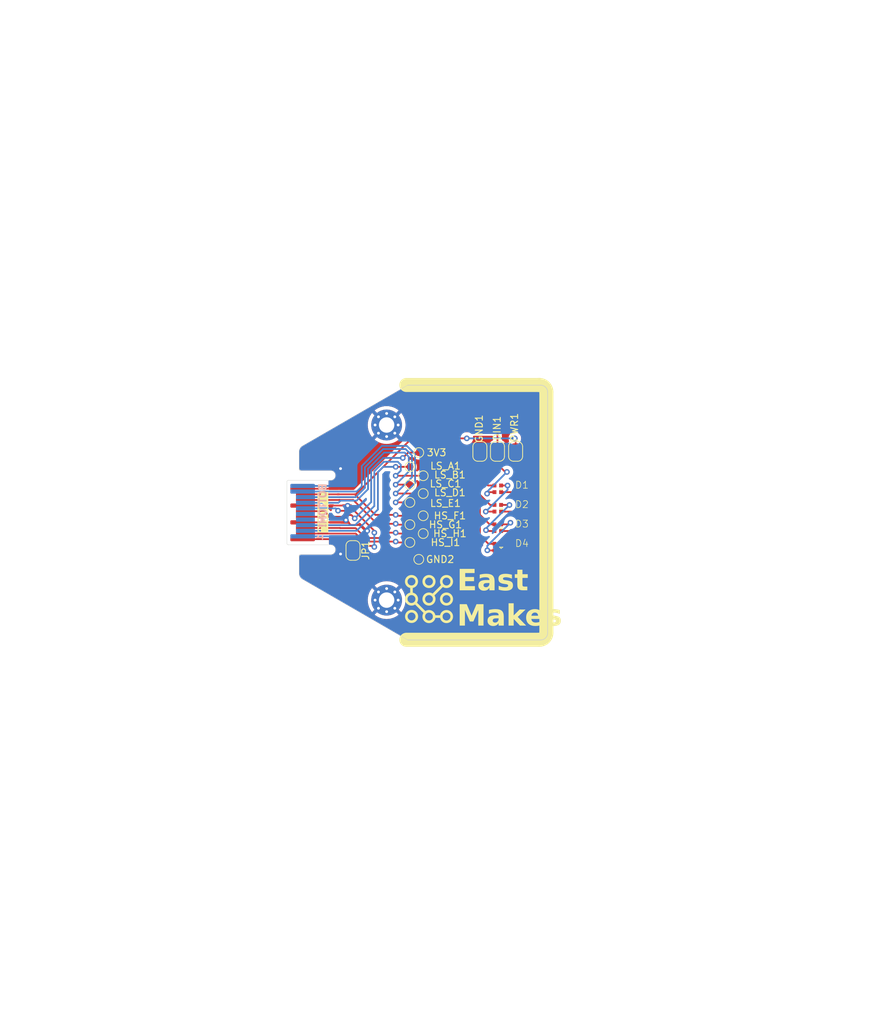
<source format=kicad_pcb>
(kicad_pcb (version 20240108) (generator "pcbnew") (generator_version "8.0")
  (layers (0 "F.Cu" signal) (31 "B.Cu" signal) (34 "B.Paste" user) (35 "F.Paste" user) (36 "B.SilkS" user "B.Silkscreen") (37 "F.SilkS" user "F.Silkscreen") (38 "B.Mask" user) (39 "F.Mask" user) (44 "Edge.Cuts" user))
  (net 0 "")
  (net 1 "/GND")
  (net 2 "/SDA")
  (net 3 "/SCL")
  (net 4 "/LS_C")
  (net 5 "/LS_D")
  (net 6 "/LS_E")
  (net 7 "/HS_F")
  (net 8 "/HS_G")
  (net 9 "/3V3")
  (net 10 "/HS_H")
  (net 11 "/HS_I")
  (net 12 "Net-(D1-DIN)")
  (net 13 "/HEXP_DET")
  (net 14 "Net-(D1-VDD)")
  (net 15 "Net-(D1-VSS)")
  (net 16 "Net-(D1-DOUT)")
  (net 17 "Net-(D2-DOUT)")
  (net 18 "Net-(D3-DOUT)")
  (net 20 "/LS_B")
  (net 21 "/LS_A")
  (footprint "TestPoint:TestPoint_Pad_D1.0mm" (layer "F.Cu") (at 115.824 104.267)
    (property "Reference" "HS_I1" (at 5.08 0 0) (layer "F.SilkS"))
    (property "Value" "TestPoint" (hide yes))
    (fp_circle (center 0 0) (end 0 0.7) (stroke (width 0.12)) (fill none) (layer "F.SilkS"))
    (pad "1" smd circle (at 0 0) (size 1 1) (layers "F.Cu" "F.Mask") (net 11 "/HS_I"))
  )
  (footprint "tildagon:hexpansion-edge-connector" (layer "F.Cu") (at 98.25 100)
    (property "Reference" "J1" (hide yes))
    (property "Value" "Hexpansion-Connector" (hide yes))
    (fp_line (start 0 4.4) (end 0 -4.4) (stroke (width 0.05)) (layer "Edge.Cuts"))
    (fp_line (start 6.25 -6) (end 2 -6) (stroke (width 0.05)) (layer "Edge.Cuts"))
    (fp_line (start 6.25 -4.6) (end 0.2 -4.6) (stroke (width 0.05)) (layer "Edge.Cuts"))
    (fp_line (start 6.25 4.6) (end 0.2 4.6) (stroke (width 0.05)) (layer "Edge.Cuts"))
    (fp_line (start 6.25 6) (end 2 6) (stroke (width 0.05)) (layer "Edge.Cuts"))
    (fp_arc (start 0 -4.4) (mid 0.058579 -4.541421) (end 0.2 -4.6) (stroke (width 0.05)) (layer "Edge.Cuts"))
    (fp_arc (start 0.2 4.6) (mid 0.058579 4.541421) (end 0 4.4) (stroke (width 0.05)) (layer "Edge.Cuts"))
    (fp_arc (start 6.25 -6) (mid 6.744975 -5.794975) (end 6.95 -5.3) (stroke (width 0.05)) (layer "Edge.Cuts"))
    (fp_arc (start 6.25 4.6) (mid 6.744975 4.805025) (end 6.95 5.3) (stroke (width 0.05)) (layer "Edge.Cuts"))
    (fp_arc (start 6.95 -5.3) (mid 6.744975 -4.805025) (end 6.25 -4.6) (stroke (width 0.05)) (layer "Edge.Cuts"))
    (fp_arc (start 6.95 5.3) (mid 6.744975 5.794975) (end 6.25 6) (stroke (width 0.05)) (layer "Edge.Cuts"))
    (fp_text user "BOTTOM!" (at 5.7 -4.3 90) (layer "B.SilkS") (effects (font (thickness 0.25) (bold yes)) (justify left bottom mirror)))
    (fp_text user "1" (at 5.2 3.05 90) (layer "B.SilkS") (effects (font (size 0.8 0.8) (thickness 0.2) (bold yes)) (justify left bottom mirror)))
    (fp_text user "^ TOP ^" (at 5.8 2.85 90) (layer "F.SilkS" knockout) (effects (font (thickness 0.25) (bold yes)) (justify left bottom)))
    (pad "1" smd roundrect (at 2.25 3.4) (size 3.5 0.6) (layers "B.Cu" "B.Mask") (net 1 "/GND"))
    (pad "2" smd roundrect (at 2.65 2.6) (size 2.7 0.6) (layers "B.Cu" "B.Mask") (net 21 "/LS_A"))
    (pad "3" smd roundrect (at 2.65 1.8) (size 2.7 0.6) (layers "B.Cu" "B.Mask") (net 20 "/LS_B"))
    (pad "4" smd roundrect (at 2.65 1) (size 2.7 0.6) (layers "B.Cu" "B.Mask") (net 2 "/SDA"))
    (pad "5" smd roundrect (at 2.65 0.2) (size 2.7 0.6) (layers "B.Cu" "B.Mask") (net 3 "/SCL"))
    (pad "6" smd roundrect (at 2.65 -0.6) (size 2.7 0.6) (layers "B.Cu" "B.Mask") (net 13 "/HEXP_DET"))
    (pad "7" smd roundrect (at 2.65 -1.4) (size 2.7 0.6) (layers "B.Cu" "B.Mask") (net 4 "/LS_C"))
    (pad "8" smd roundrect (at 2.65 -2.2) (size 2.7 0.6) (layers "B.Cu" "B.Mask") (net 5 "/LS_D"))
    (pad "9" smd roundrect (at 2.25 -3) (size 3.5 0.6) (layers "B.Cu" "B.Mask") (net 6 "/LS_E"))
    (pad "10" smd roundrect (at 2.25 -3.8) (size 3.5 0.6) (layers "B.Cu" "B.Mask") (net 1 "/GND"))
    (pad "11" smd roundrect (at 2.25 -3.4 180) (size 3.5 0.6) (layers "F.Cu" "F.Mask") (net 1 "/GND"))
    (pad "12" smd roundrect (at 2.65 -2.6 180) (size 2.7 0.6) (layers "F.Cu" "F.Mask") (net 7 "/HS_F"))
    (pad "13" smd roundrect (at 2.65 -1.8 180) (size 2.7 0.6) (layers "F.Cu" "F.Mask") (net 8 "/HS_G"))
    (pad "14" smd roundrect (at 2.25 -1 180) (size 3.5 0.6) (layers "F.Cu" "F.Mask") (net 1 "/GND"))
    (pad "15" smd roundrect (at 2.65 -0.2 180) (size 2.7 0.6) (layers "F.Cu" "F.Mask") (net 9 "/3V3"))
    (pad "16" smd roundrect (at 2.65 0.6 180) (size 2.7 0.6) (layers "F.Cu" "F.Mask") (net 9 "/3V3"))
    (pad "17" smd roundrect (at 2.25 1.4 180) (size 3.5 0.6) (layers "F.Cu" "F.Mask") (net 1 "/GND"))
    (pad "18" smd roundrect (at 2.65 2.2 180) (size 2.7 0.6) (layers "F.Cu" "F.Mask") (net 10 "/HS_H"))
    (pad "19" smd roundrect (at 2.65 3 180) (size 2.7 0.6) (layers "F.Cu" "F.Mask") (net 11 "/HS_I"))
    (pad "20" smd roundrect (at 2.25 3.8 180) (size 3.5 0.6) (layers "F.Cu" "F.Mask") (net 1 "/GND"))
  )
  (footprint "TestPoint:TestPoint_Pad_D1.0mm" (layer "F.Cu") (at 117.729 100.457)
    (property "Reference" "HS_F1" (at 3.81 0 0) (layer "F.SilkS"))
    (property "Value" "TestPoint" (hide yes))
    (fp_circle (center 0 0) (end 0 0.7) (stroke (width 0.12)) (fill none) (layer "F.SilkS"))
    (pad "1" smd circle (at 0 0) (size 1 1) (layers "F.Cu" "F.Mask") (net 7 "/HS_F"))
  )
  (footprint "[Eastabrooka] LED Library:SK6805-EC15" (layer "F.Cu") (at 127.627 97.36)
    (property "Reference" "D1" (at 4.199 -1.291 0) (layer "F.SilkS") (effects (font (thickness 0.1))))
    (property "Value" "SK6805")
    (fp_line (start 1 -0.75) (end 1.475 -0.75) (stroke (width 0.1)) (layer "F.SilkS"))
    (fp_line (start 1.225 -0.55) (end 1 -0.75) (stroke (width 0.1)) (layer "F.SilkS"))
    (fp_line (start 1.475 -0.75) (end 1.225 -0.55) (stroke (width 0.1)) (layer "F.SilkS"))
    (pad "1" smd rect (at 0.275 -0.275) (size 0.55 0.55) (layers "F.Cu" "F.Paste" "F.Mask") (net 12 "Net-(D1-DIN)"))
    (pad "2" smd rect (at 1.225 -0.275) (size 0.55 0.55) (layers "F.Cu" "F.Paste" "F.Mask") (net 14 "Net-(D1-VDD)"))
    (pad "3" smd rect (at 1.225 -1.225) (size 0.55 0.55) (layers "F.Cu" "F.Paste" "F.Mask") (net 16 "Net-(D1-DOUT)"))
    (pad "4" smd rect (at 0.275 -1.225) (size 0.55 0.55) (layers "F.Cu" "F.Paste" "F.Mask") (net 15 "Net-(D1-VSS)"))
  )
  (footprint "TestPoint:TestPoint_Pad_D1.0mm" (layer "F.Cu") (at 117.729 94.742)
    (property "Reference" "LS_B1" (at 3.81 -0.127 0) (layer "F.SilkS"))
    (property "Value" "TestPoint" (hide yes))
    (fp_circle (center 0 0) (end 0 0.7) (stroke (width 0.12)) (fill none) (layer "F.SilkS"))
    (pad "1" smd circle (at 0 0) (size 1 1) (layers "F.Cu" "F.Mask") (net 20 "/LS_B"))
  )
  (footprint "TestPoint:TestPoint_Pad_D1.0mm" (layer "F.Cu") (at 117.729 97.282)
    (property "Reference" "LS_D1" (at 3.81 -0.127 0) (layer "F.SilkS"))
    (property "Value" "TestPoint" (hide yes))
    (fp_circle (center 0 0) (end 0 0.7) (stroke (width 0.12)) (fill none) (layer "F.SilkS"))
    (pad "1" smd circle (at 0 0) (size 1 1) (layers "F.Cu" "F.Mask") (net 5 "/LS_D"))
  )
  (footprint "Jumper:SolderJumper-2_P1.3mm_Bridged_RoundedPad1.0x1.5mm" (layer "F.Cu") (at 128.332005 91.269998 -90)
    (property "Reference" "DIN1" (at -3.299998 0.059996 90) (layer "F.SilkS"))
    (property "Value" "SolderJumper_2_Bridged" (hide yes))
    (fp_poly (pts (xy 0.25 -0.3) (xy -0.249999 -0.300001) (xy -0.25 0.3) (xy 0.249999 0.300001)) (fill solid) (layer "F.Cu"))
    (fp_line (start 0.700002 1.000001) (end -0.7 0.999998) (stroke (width 0.12)) (layer "F.SilkS"))
    (fp_line (start -1.399997 0.300003) (end -1.4 -0.300002) (stroke (width 0.12)) (layer "F.SilkS"))
    (fp_line (start 1.399997 -0.300003) (end 1.4 0.300002) (stroke (width 0.12)) (layer "F.SilkS"))
    (fp_line (start -0.700002 -1.000001) (end 0.7 -0.999998) (stroke (width 0.12)) (layer "F.SilkS"))
    (fp_arc (start -0.7 0.999998) (mid -1.194972 0.794975) (end -1.399997 0.300003) (stroke (width 0.12)) (layer "F.SilkS"))
    (fp_arc (start 1.4 0.300002) (mid 1.194975 0.794975) (end 0.700002 1.000001) (stroke (width 0.12)) (layer "F.SilkS"))
    (fp_arc (start -1.4 -0.300002) (mid -1.194974 -0.794974) (end -0.700002 -1.000001) (stroke (width 0.12)) (layer "F.SilkS"))
    (fp_arc (start 0.7 -0.999998) (mid 1.194972 -0.794974) (end 1.399997 -0.300003) (stroke (width 0.12)) (layer "F.SilkS"))
    (pad "1" smd custom (at -0.650002 0.000001 270) (size 1 0.5) (layers "F.Cu" "F.Mask") (net 7 "/HS_F") (options (clearance outline) (anchor rect)) (primitives (gr_circle (center 0 0.25) (end 0.5 0.25) (width 0) (fill yes)) (gr_circle (center 0 -0.25) (end 0.5 -0.25) (width 0) (fill yes)) (gr_poly (pts (xy 0.5 0.75) (xy 0 0.75) (xy 0 -0.75) (xy 0.5 -0.75)) (width 0) (fill yes))))
    (pad "2" smd custom (at 0.650002 -0.000001 270) (size 1 0.5) (layers "F.Cu" "F.Mask") (net 12 "Net-(D1-DIN)") (options (clearance outline) (anchor rect)) (primitives (gr_circle (center 0 0.25) (end 0.5 0.25) (width 0) (fill yes)) (gr_circle (center 0 -0.25) (end 0.5 -0.25) (width 0) (fill yes)) (gr_poly (pts (xy 0 0.75) (xy -0.5 0.75) (xy -0.5 -0.75) (xy 0 -0.75)) (width 0) (fill yes))))
  )
  (footprint "TestPoint:TestPoint_Pad_D1.0mm" (layer "F.Cu") (at 117.094 106.68)
    (property "Reference" "GND2" (at 3.048 0 0) (layer "F.SilkS"))
    (property "Value" "TestPoint" (hide yes))
    (fp_circle (center 0 0) (end 0 0.7) (stroke (width 0.12)) (fill none) (layer "F.SilkS"))
    (pad "1" smd circle (at 0 0) (size 1 1) (layers "F.Cu" "F.Mask") (net 1 "/GND"))
  )
  (footprint "TestPoint:TestPoint_Pad_D1.0mm" (layer "F.Cu") (at 117.729 102.997)
    (property "Reference" "HS_H1" (at 3.81 0 0) (layer "F.SilkS"))
    (property "Value" "TestPoint" (hide yes))
    (fp_circle (center 0 0) (end 0 0.7) (stroke (width 0.12)) (fill none) (layer "F.SilkS"))
    (pad "1" smd circle (at 0 0) (size 1 1) (layers "F.Cu" "F.Mask") (net 10 "/HS_H"))
  )
  (footprint "[Eastabrooka] LED Library:SK6805-EC15" (layer "F.Cu") (at 127.627 105.685)
    (property "Reference" "D4" (at 4.199 -1.291 0) (layer "F.SilkS") (effects (font (thickness 0.1))))
    (property "Value" "SK6805")
    (fp_line (start 1 -0.75) (end 1.475 -0.75) (stroke (width 0.1)) (layer "F.SilkS"))
    (fp_line (start 1.225 -0.55) (end 1 -0.75) (stroke (width 0.1)) (layer "F.SilkS"))
    (fp_line (start 1.475 -0.75) (end 1.225 -0.55) (stroke (width 0.1)) (layer "F.SilkS"))
    (pad "1" smd rect (at 0.275 -0.275) (size 0.55 0.55) (layers "F.Cu" "F.Paste" "F.Mask") (net 18 "Net-(D3-DOUT)"))
    (pad "2" smd rect (at 1.225 -0.275) (size 0.55 0.55) (layers "F.Cu" "F.Paste" "F.Mask") (net 14 "Net-(D1-VDD)"))
    (pad "3" smd rect (at 1.225 -1.225) (size 0.55 0.55) (layers "F.Cu" "F.Paste" "F.Mask"))
    (pad "4" smd rect (at 0.275 -1.225) (size 0.55 0.55) (layers "F.Cu" "F.Paste" "F.Mask") (net 15 "Net-(D1-VSS)"))
  )
  (footprint "MountingHole:MountingHole_2.2mm_M2_Pad_Via" (layer "F.Cu") (at 112.5 87.5)
    (property "Reference" "H2" (hide yes))
    (property "Value" "MountingHole_Pad" (hide yes))
    (pad "1" thru_hole circle (at -1.65 0) (size 0.7 0.7) (drill 0.4) (layers "*.Cu" "*.Mask") (net 1 "/GND"))
    (pad "1" thru_hole circle (at -1.166726 -1.166726) (size 0.7 0.7) (drill 0.4) (layers "*.Cu" "*.Mask") (net 1 "/GND"))
    (pad "1" thru_hole circle (at -1.166726 1.166726) (size 0.7 0.7) (drill 0.4) (layers "*.Cu" "*.Mask") (net 1 "/GND"))
    (pad "1" thru_hole circle (at 0 -1.65) (size 0.7 0.7) (drill 0.4) (layers "*.Cu" "*.Mask") (net 1 "/GND"))
    (pad "1" thru_hole circle (at 0 0) (size 4.4 4.4) (drill 2.2) (layers "*.Cu" "*.Mask") (net 1 "/GND"))
    (pad "1" thru_hole circle (at 0 1.65) (size 0.7 0.7) (drill 0.4) (layers "*.Cu" "*.Mask") (net 1 "/GND"))
    (pad "1" thru_hole circle (at 1.166726 -1.166726) (size 0.7 0.7) (drill 0.4) (layers "*.Cu" "*.Mask") (net 1 "/GND"))
    (pad "1" thru_hole circle (at 1.166726 1.166726) (size 0.7 0.7) (drill 0.4) (layers "*.Cu" "*.Mask") (net 1 "/GND"))
    (pad "1" thru_hole circle (at 1.65 0) (size 0.7 0.7) (drill 0.4) (layers "*.Cu" "*.Mask") (net 1 "/GND"))
  )
  (footprint "Jumper:SolderJumper-2_P1.3mm_Bridged_RoundedPad1.0x1.5mm" (layer "F.Cu") (at 130.922001 91.270002 -90)
    (property "Reference" "PWR1" (at -3.419999 0.17 90) (layer "F.SilkS"))
    (property "Value" "SolderJumper_2_Bridged" (hide yes))
    (fp_poly (pts (xy 0.25 -0.3) (xy -0.249999 -0.300001) (xy -0.25 0.3) (xy 0.249999 0.300001)) (fill solid) (layer "F.Cu"))
    (fp_line (start 0.700002 1.000001) (end -0.7 0.999998) (stroke (width 0.12)) (layer "F.SilkS"))
    (fp_line (start -1.399997 0.300003) (end -1.4 -0.300002) (stroke (width 0.12)) (layer "F.SilkS"))
    (fp_line (start 1.399997 -0.300003) (end 1.4 0.300002) (stroke (width 0.12)) (layer "F.SilkS"))
    (fp_line (start -0.700002 -1.000001) (end 0.7 -0.999998) (stroke (width 0.12)) (layer "F.SilkS"))
    (fp_arc (start -0.7 0.999998) (mid -1.194972 0.794975) (end -1.399997 0.300003) (stroke (width 0.12)) (layer "F.SilkS"))
    (fp_arc (start 1.4 0.300002) (mid 1.194975 0.794975) (end 0.700002 1.000001) (stroke (width 0.12)) (layer "F.SilkS"))
    (fp_arc (start -1.4 -0.300002) (mid -1.194974 -0.794974) (end -0.700002 -1.000001) (stroke (width 0.12)) (layer "F.SilkS"))
    (fp_arc (start 0.7 -0.999998) (mid 1.194972 -0.794974) (end 1.399997 -0.300003) (stroke (width 0.12)) (layer "F.SilkS"))
    (pad "1" smd custom (at -0.650002 0.000001 270) (size 1 0.5) (layers "F.Cu" "F.Mask") (net 9 "/3V3") (options (clearance outline) (anchor rect)) (primitives (gr_circle (center 0 0.25) (end 0.5 0.25) (width 0) (fill yes)) (gr_circle (center 0 -0.25) (end 0.5 -0.25) (width 0) (fill yes)) (gr_poly (pts (xy 0.5 0.75) (xy 0 0.75) (xy 0 -0.75) (xy 0.5 -0.75)) (width 0) (fill yes))))
    (pad "2" smd custom (at 0.650002 -0.000001 270) (size 1 0.5) (layers "F.Cu" "F.Mask") (net 14 "Net-(D1-VDD)") (options (clearance outline) (anchor rect)) (primitives (gr_circle (center 0 0.25) (end 0.5 0.25) (width 0) (fill yes)) (gr_circle (center 0 -0.25) (end 0.5 -0.25) (width 0) (fill yes)) (gr_poly (pts (xy 0 0.75) (xy -0.5 0.75) (xy -0.5 -0.75) (xy 0 -0.75)) (width 0) (fill yes))))
  )
  (footprint "TestPoint:TestPoint_Pad_D1.0mm" (layer "F.Cu") (at 115.824 93.472)
    (property "Reference" "LS_A1" (at 5.08 -0.127 0) (layer "F.SilkS"))
    (property "Value" "TestPoint" (hide yes))
    (fp_circle (center 0 0) (end 0 0.7) (stroke (width 0.12)) (fill none) (layer "F.SilkS"))
    (pad "1" smd circle (at 0 0) (size 1 1) (layers "F.Cu" "F.Mask") (net 21 "/LS_A"))
  )
  (footprint "TestPoint:TestPoint_Pad_D1.0mm" (layer "F.Cu") (at 115.824 96.012)
    (property "Reference" "LS_C1" (at 5.08 -0.127 0) (layer "F.SilkS"))
    (property "Value" "TestPoint" (hide yes))
    (fp_circle (center 0 0) (end 0 0.7) (stroke (width 0.12)) (fill none) (layer "F.SilkS"))
    (pad "1" smd circle (at 0 0) (size 1 1) (layers "F.Cu" "F.Mask") (net 4 "/LS_C"))
  )
  (footprint "Jumper:SolderJumper-2_P1.3mm_Bridged_RoundedPad1.0x1.5mm" (layer "F.Cu") (at 107.696 105.41 -90)
    (property "Reference" "JP1" (at -0.000001 -1.800003 90) (layer "F.SilkS"))
    (property "Value" "SolderJumper_2_Bridged" (hide yes))
    (fp_poly (pts (xy 0.249998 -0.3) (xy -0.249999 -0.300001) (xy -0.249998 0.3) (xy 0.249999 0.300001)) (fill solid) (layer "F.Cu"))
    (fp_line (start 0.700002 1.000001) (end -0.7 1) (stroke (width 0.12)) (layer "F.SilkS"))
    (fp_line (start -1.399997 0.300003) (end -1.399999 -0.300003) (stroke (width 0.12)) (layer "F.SilkS"))
    (fp_line (start 1.399997 -0.300003) (end 1.399999 0.300003) (stroke (width 0.12)) (layer "F.SilkS"))
    (fp_line (start -0.700002 -1.000001) (end 0.7 -1) (stroke (width 0.12)) (layer "F.SilkS"))
    (fp_arc (start -0.7 1) (mid -1.194974 0.794976) (end -1.399997 0.300003) (stroke (width 0.12)) (layer "F.SilkS"))
    (fp_arc (start 1.399999 0.300003) (mid 1.194974 0.794974) (end 0.700002 1.000001) (stroke (width 0.12)) (layer "F.SilkS"))
    (fp_arc (start -1.399999 -0.300003) (mid -1.194973 -0.794975) (end -0.700002 -1.000001) (stroke (width 0.12)) (layer "F.SilkS"))
    (fp_arc (start 0.7 -1) (mid 1.194974 -0.794976) (end 1.399997 -0.300003) (stroke (width 0.12)) (layer "F.SilkS"))
    (pad "1" smd custom (at -0.650002 0.000001 270) (size 1 0.5) (layers "F.Cu" "F.Mask") (net 13 "/HEXP_DET") (options (clearance outline) (anchor rect)) (primitives (gr_circle (center 0 0.25) (end 0.5 0.25) (width 0) (fill yes)) (gr_circle (center 0 -0.25) (end 0.5 -0.25) (width 0) (fill yes)) (gr_poly (pts (xy 0.5 0.75) (xy 0 0.75) (xy 0 -0.75) (xy 0.5 -0.75)) (width 0) (fill yes))))
    (pad "2" smd custom (at 0.650002 -0.000001 270) (size 1 0.5) (layers "F.Cu" "F.Mask") (net 1 "/GND") (options (clearance outline) (anchor rect)) (primitives (gr_circle (center 0 0.25) (end 0.5 0.25) (width 0) (fill yes)) (gr_circle (center 0 -0.25) (end 0.5 -0.25) (width 0) (fill yes)) (gr_poly (pts (xy 0 0.75) (xy -0.5 0.75) (xy -0.5 -0.75) (xy 0 -0.75)) (width 0) (fill yes))))
  )
  (footprint "[Eastabrooka] LED Library:SK6805-EC15" (layer "F.Cu") (at 127.627 102.91)
    (property "Reference" "D3" (at 4.199 -1.291 0) (layer "F.SilkS") (effects (font (thickness 0.1))))
    (property "Value" "SK6805")
    (fp_line (start 1 -0.75) (end 1.475 -0.75) (stroke (width 0.1)) (layer "F.SilkS"))
    (fp_line (start 1.225 -0.55) (end 1 -0.75) (stroke (width 0.1)) (layer "F.SilkS"))
    (fp_line (start 1.475 -0.75) (end 1.225 -0.55) (stroke (width 0.1)) (layer "F.SilkS"))
    (pad "1" smd rect (at 0.275 -0.275) (size 0.55 0.55) (layers "F.Cu" "F.Paste" "F.Mask") (net 17 "Net-(D2-DOUT)"))
    (pad "2" smd rect (at 1.225 -0.275) (size 0.55 0.55) (layers "F.Cu" "F.Paste" "F.Mask") (net 14 "Net-(D1-VDD)"))
    (pad "3" smd rect (at 1.225 -1.225) (size 0.55 0.55) (layers "F.Cu" "F.Paste" "F.Mask") (net 18 "Net-(D3-DOUT)"))
    (pad "4" smd rect (at 0.275 -1.225) (size 0.55 0.55) (layers "F.Cu" "F.Paste" "F.Mask") (net 15 "Net-(D1-VSS)"))
  )
  (footprint "TestPoint:TestPoint_Pad_D1.0mm" (layer "F.Cu") (at 115.824 101.727)
    (property "Reference" "HS_G1" (at 5.08 0 0) (layer "F.SilkS"))
    (property "Value" "TestPoint" (hide yes))
    (fp_circle (center 0 0) (end 0 0.7) (stroke (width 0.12)) (fill none) (layer "F.SilkS"))
    (pad "1" smd circle (at 0 0) (size 1 1) (layers "F.Cu" "F.Mask") (net 8 "/HS_G"))
  )
  (footprint "[Eastabrooka] Logos:EastMakesLogo1x2CM" (layer "F.Cu") (at 114.3 117.348)
    (property "Reference" "REF**" (hide yes))
    (property "Value" "EastMakesLogo1x2CM")
    (fp_line (start 1.75 -5.75) (end 1.75 -6.75) (stroke (width 0.375)) (layer "F.SilkS"))
    (fp_line (start 3.65 -3.1) (end 2.35 -4.4) (stroke (width 0.375)) (layer "F.SilkS"))
    (fp_line (start 6 -2.5) (end 5 -2.5) (stroke (width 0.375)) (layer "F.SilkS"))
    (fp_line (start 6.2 -6.95) (end 4.9 -5.65) (stroke (width 0.375)) (layer "F.SilkS"))
    (fp_circle (center 1.75 -7.5) (end 2.5 -7.5) (stroke (width 0.375)) (fill none) (layer "F.SilkS"))
    (fp_circle (center 1.75 -5) (end 2.5 -5) (stroke (width 0.375)) (fill none) (layer "F.SilkS"))
    (fp_circle (center 1.761263 -2.517333) (end 2.511263 -2.517333) (stroke (width 0.375)) (fill none) (layer "F.SilkS"))
    (fp_circle (center 4.25 -7.5) (end 5 -7.5) (stroke (width 0.375)) (fill none) (layer "F.SilkS"))
    (fp_circle (center 4.25 -5) (end 5 -5) (stroke (width 0.375)) (fill none) (layer "F.SilkS"))
    (fp_circle (center 4.25 -2.5) (end 5 -2.5) (stroke (width 0.375)) (fill none) (layer "F.SilkS"))
    (fp_circle (center 6.75 -7.5) (end 7.5 -7.5) (stroke (width 0.375)) (fill none) (layer "F.SilkS"))
    (fp_circle (center 6.75 -5) (end 7.5 -5) (stroke (width 0.375)) (fill none) (layer "F.SilkS"))
    (fp_circle (center 6.75 -2.5) (end 7.5 -2.5) (stroke (width 0.375)) (fill none) (layer "F.SilkS"))
    (fp_text_box "East\nMakes" (start 6 -11.5) (end 20.5 2) (layer "F.SilkS") (effects (font (size 3 3) (thickness 0.2) (bold yes)) (justify left top)) (border no) (stroke (width 0.1)))
  )
  (footprint "TestPoint:TestPoint_Pad_D1.0mm" (layer "F.Cu") (at 115.824 98.552)
    (property "Reference" "LS_E1" (at 5.08 0.127 0) (layer "F.SilkS"))
    (property "Value" "TestPoint" (hide yes))
    (fp_circle (center 0 0) (end 0 0.7) (stroke (width 0.12)) (fill none) (layer "F.SilkS"))
    (pad "1" smd circle (at 0 0) (size 1 1) (layers "F.Cu" "F.Mask") (net 6 "/LS_E"))
  )
  (footprint "Jumper:SolderJumper-2_P1.3mm_Bridged_RoundedPad1.0x1.5mm" (layer "F.Cu") (at 125.822001 91.270002 -90)
    (property "Reference" "GND1" (at -3.23 0.11 90) (layer "F.SilkS"))
    (property "Value" "SolderJumper_2_Bridged" (hide yes))
    (fp_poly (pts (xy 0.25 -0.3) (xy -0.249999 -0.300001) (xy -0.25 0.3) (xy 0.249999 0.300001)) (fill solid) (layer "F.Cu"))
    (fp_line (start 0.700002 1.000001) (end -0.7 0.999998) (stroke (width 0.12)) (layer "F.SilkS"))
    (fp_line (start -1.399997 0.300003) (end -1.4 -0.300002) (stroke (width 0.12)) (layer "F.SilkS"))
    (fp_line (start 1.399997 -0.300003) (end 1.4 0.300002) (stroke (width 0.12)) (layer "F.SilkS"))
    (fp_line (start -0.700002 -1.000001) (end 0.7 -0.999998) (stroke (width 0.12)) (layer "F.SilkS"))
    (fp_arc (start -0.7 0.999998) (mid -1.194972 0.794975) (end -1.399997 0.300003) (stroke (width 0.12)) (layer "F.SilkS"))
    (fp_arc (start 1.4 0.300002) (mid 1.194975 0.794975) (end 0.700002 1.000001) (stroke (width 0.12)) (layer "F.SilkS"))
    (fp_arc (start -1.4 -0.300002) (mid -1.194974 -0.794974) (end -0.700002 -1.000001) (stroke (width 0.12)) (layer "F.SilkS"))
    (fp_arc (start 0.7 -0.999998) (mid 1.194972 -0.794974) (end 1.399997 -0.300003) (stroke (width 0.12)) (layer "F.SilkS"))
    (pad "1" smd custom (at -0.650002 0.000001 270) (size 1 0.5) (layers "F.Cu" "F.Mask") (net 1 "/GND") (options (clearance outline) (anchor rect)) (primitives (gr_circle (center 0 0.25) (end 0.5 0.25) (width 0) (fill yes)) (gr_circle (center 0 -0.25) (end 0.5 -0.25) (width 0) (fill yes)) (gr_poly (pts (xy 0.5 0.75) (xy 0 0.75) (xy 0 -0.75) (xy 0.5 -0.75)) (width 0) (fill yes))))
    (pad "2" smd custom (at 0.650002 -0.000001 270) (size 1 0.5) (layers "F.Cu" "F.Mask") (net 15 "Net-(D1-VSS)") (options (clearance outline) (anchor rect)) (primitives (gr_circle (center 0 0.25) (end 0.5 0.25) (width 0) (fill yes)) (gr_circle (center 0 -0.25) (end 0.5 -0.25) (width 0) (fill yes)) (gr_poly (pts (xy 0 0.75) (xy -0.5 0.75) (xy -0.5 -0.75) (xy 0 -0.75)) (width 0) (fill yes))))
  )
  (footprint "TestPoint:TestPoint_Pad_D1.0mm" (layer "F.Cu") (at 117.094 91.44)
    (property "Reference" "3V3" (at 2.54 0 0) (layer "F.SilkS"))
    (property "Value" "TestPoint" (hide yes))
    (fp_circle (center 0 0) (end 0 0.7) (stroke (width 0.12)) (fill none) (layer "F.SilkS"))
    (pad "1" smd circle (at 0 0) (size 1 1) (layers "F.Cu" "F.Mask") (net 9 "/3V3"))
  )
  (footprint "MountingHole:MountingHole_2.2mm_M2_Pad_Via" (layer "F.Cu") (at 112.5 112.5)
    (property "Reference" "H1" (hide yes))
    (property "Value" "MountingHole_Pad" (hide yes))
    (pad "1" thru_hole circle (at -1.65 0) (size 0.7 0.7) (drill 0.4) (layers "*.Cu" "*.Mask") (net 1 "/GND"))
    (pad "1" thru_hole circle (at -1.166726 -1.166726) (size 0.7 0.7) (drill 0.4) (layers "*.Cu" "*.Mask") (net 1 "/GND"))
    (pad "1" thru_hole circle (at -1.166726 1.166726) (size 0.7 0.7) (drill 0.4) (layers "*.Cu" "*.Mask") (net 1 "/GND"))
    (pad "1" thru_hole circle (at 0 -1.65) (size 0.7 0.7) (drill 0.4) (layers "*.Cu" "*.Mask") (net 1 "/GND"))
    (pad "1" thru_hole circle (at 0 0) (size 4.4 4.4) (drill 2.2) (layers "*.Cu" "*.Mask") (net 1 "/GND"))
    (pad "1" thru_hole circle (at 0 1.65) (size 0.7 0.7) (drill 0.4) (layers "*.Cu" "*.Mask") (net 1 "/GND"))
    (pad "1" thru_hole circle (at 1.166726 -1.166726) (size 0.7 0.7) (drill 0.4) (layers "*.Cu" "*.Mask") (net 1 "/GND"))
    (pad "1" thru_hole circle (at 1.166726 1.166726) (size 0.7 0.7) (drill 0.4) (layers "*.Cu" "*.Mask") (net 1 "/GND"))
    (pad "1" thru_hole circle (at 1.65 0) (size 0.7 0.7) (drill 0.4) (layers "*.Cu" "*.Mask") (net 1 "/GND"))
  )
  (footprint "[Eastabrooka] LED Library:SK6805-EC15" (layer "F.Cu") (at 127.627 100.135)
    (property "Reference" "D2" (at 4.199 -1.291 0) (layer "F.SilkS") (effects (font (thickness 0.1))))
    (property "Value" "SK6805")
    (fp_line (start 1 -0.75) (end 1.475 -0.75) (stroke (width 0.1)) (layer "F.SilkS"))
    (fp_line (start 1.225 -0.55) (end 1 -0.75) (stroke (width 0.1)) (layer "F.SilkS"))
    (fp_line (start 1.475 -0.75) (end 1.225 -0.55) (stroke (width 0.1)) (layer "F.SilkS"))
    (pad "1" smd rect (at 0.275 -0.275) (size 0.55 0.55) (layers "F.Cu" "F.Paste" "F.Mask") (net 16 "Net-(D1-DOUT)"))
    (pad "2" smd rect (at 1.225 -0.275) (size 0.55 0.55) (layers "F.Cu" "F.Paste" "F.Mask") (net 14 "Net-(D1-VDD)"))
    (pad "3" smd rect (at 1.225 -1.225) (size 0.55 0.55) (layers "F.Cu" "F.Paste" "F.Mask") (net 17 "Net-(D2-DOUT)"))
    (pad "4" smd rect (at 0.275 -1.225) (size 0.55 0.55) (layers "F.Cu" "F.Paste" "F.Mask") (net 15 "Net-(D1-VSS)"))
  )
  (gr_line (start 135.316005 82.788) (end 135.316005 117.16105) (stroke (width 2)) (layer "F.SilkS"))
  (gr_line (start 115.316 81.788) (end 134.316005 81.788) (stroke (width 2)) (layer "F.SilkS"))
  (gr_arc (start 135.316005 117.16105) (mid 135.023101 117.868146) (end 134.316005 118.16105) (stroke (width 2)) (layer "F.SilkS"))
  (gr_line (start 134.316005 118.16105) (end 115.316 118.16105) (stroke (width 2)) (layer "F.SilkS"))
  (gr_arc (start 134.316005 81.788) (mid 135.023117 82.080887) (end 135.316005 82.788) (stroke (width 2)) (layer "F.SilkS"))
  (gr_line (start 100.5 90.473725) (end 115.499995 81.813472) (stroke (width 0.05)) (layer "Edge.Cuts"))
  (gr_arc (start 100.25 94) (mid 100.073223 93.926777) (end 100 93.75) (stroke (width 0.1)) (layer "Edge.Cuts"))
  (gr_line (start 100.5 109.526269) (end 115.499995 118.186522) (stroke (width 0.05)) (layer "Edge.Cuts"))
  (gr_line (start 100 93.75) (end 100 91.33975) (stroke (width 0.05)) (layer "Edge.Cuts"))
  (gr_arc (start 135.5 117.186522) (mid 135.207099 117.893615) (end 134.5 118.186522) (stroke (width 0.1)) (layer "Edge.Cuts"))
  (gr_arc (start 100 91.33975) (mid 100.133975 90.83975) (end 100.5 90.473725) (stroke (width 0.05)) (layer "Edge.Cuts"))
  (gr_line (start 100 106.25) (end 100 108.660243) (stroke (width 0.05)) (layer "Edge.Cuts"))
  (gr_line (start 134.5 118.186522) (end 115.499995 118.186522) (stroke (width 0.1)) (layer "Edge.Cuts"))
  (gr_line (start 135.5 82.813472) (end 135.5 117.186522) (stroke (width 0.1)) (layer "Edge.Cuts"))
  (gr_arc (start 100 106.25) (mid 100.073223 106.073223) (end 100.25 106) (stroke (width 0.1)) (layer "Edge.Cuts"))
  (gr_arc (start 100.5 109.526269) (mid 100.133975 109.160243) (end 100 108.660243) (stroke (width 0.05)) (layer "Edge.Cuts"))
  (gr_line (start 115.499995 81.813472) (end 134.5 81.813472) (stroke (width 0.1)) (layer "Edge.Cuts"))
  (gr_arc (start 134.5 81.813472) (mid 135.207117 82.106364) (end 135.5 82.813472) (stroke (width 0.1)) (layer "Edge.Cuts"))
  (segment (start 100.5 101.4) (end 106.372 101.4) (width 0.25) (layer "F.Cu") (net 1))
  (segment (start 100.5 96.6) (end 105.61 96.6) (width 0.25) (layer "F.Cu") (net 1))
  (segment (start 106.934 99.023) (end 106.911 99) (width 0.25) (layer "F.Cu") (net 1))
  (segment (start 107.375 101.77) (end 106.68 101.075) (width 0.25) (layer "F.Cu") (net 1))
  (segment (start 105.88 103.8) (end 105.91 103.83) (width 0.25) (layer "F.Cu") (net 1))
  (segment (start 109.474 102.616) (end 108.628 101.77) (width 0.25) (layer "F.Cu") (net 1))
  (segment (start 100.5 103.8) (end 105.88 103.8) (width 0.25) (layer "F.Cu") (net 1))
  (segment (start 109.728 102.616) (end 109.474 102.616) (width 0.25) (layer "F.Cu") (net 1))
  (segment (start 106.372 101.4) (end 106.68 101.092) (width 0.25) (layer "F.Cu") (net 1))
  (segment (start 106.68 101.092) (end 106.68 101.075) (width 0.25) (layer "F.Cu") (net 1))
  (segment (start 106.911 99) (end 100.5 99) (width 0.25) (layer "F.Cu") (net 1))
  (segment (start 108.628 101.77) (end 107.375 101.77) (width 0.25) (layer "F.Cu") (net 1))
  (via (at 105.918 105.918) (size 0.8) (drill 0.4) (layers "F.Cu" "B.Cu") (net 1))
  (via (at 105.918 93.726) (size 0.8) (drill 0.4) (layers "F.Cu" "B.Cu") (net 1))
  (via (at 106.68 101.075) (size 0.8) (drill 0.4) (layers "F.Cu" "B.Cu") (net 1))
  (via (at 106.934 99.023) (size 0.8) (drill 0.4) (layers "F.Cu" "B.Cu") (net 1))
  (via (at 109.728 102.616) (size 0.8) (drill 0.4) (layers "F.Cu" "B.Cu") (net 1))
  (segment (start 100.5 103.4) (end 105.21 103.4) (width 0.25) (layer "B.Cu") (net 1))
  (segment (start 100.5 96.2) (end 105.71 96.2) (width 0.25) (layer "B.Cu") (net 1))
  (segment (start 106.68 99.277) (end 106.68 101.075) (width 0.25) (layer "B.Cu") (net 1))
  (segment (start 106.934 99.023) (end 106.68 99.277) (width 0.25) (layer "B.Cu") (net 1))
  (segment (start 105.21 103.4) (end 105.22 103.41) (width 0.25) (layer "B.Cu") (net 1))
  (segment (start 115.824 96.012) (end 113.792 96.012) (width 0.25) (layer "F.Cu") (net 4))
  (via (at 113.792 96.012) (size 0.8) (drill 0.4) (layers "F.Cu" "B.Cu") (net 4))
  (segment (start 105.616 98.6) (end 105.918 98.298) (width 0.25) (layer "B.Cu") (net 4))
  (segment (start 115.071305 91.44) (end 115.664653 92.033348) (width 0.25) (layer "B.Cu") (net 4))
  (segment (start 105.918 98.298) (end 108.204 98.298) (width 0.25) (layer "B.Cu") (net 4))
  (segment (start 115.664653 92.033348) (end 115.664653 94.139347) (width 0.25) (layer "B.Cu") (net 4))
  (segment (start 115.664653 94.139347) (end 113.792 96.012) (width 0.25) (layer "B.Cu") (net 4))
  (segment (start 109.844 96.658) (end 109.844 93.732812) (width 0.25) (layer "B.Cu") (net 4))
  (segment (start 100.9 98.6) (end 105.616 98.6) (width 0.25) (layer "B.Cu") (net 4))
  (segment (start 108.204 98.298) (end 109.844 96.658) (width 0.25) (layer "B.Cu") (net 4))
  (segment (start 112.136812 91.44) (end 115.071305 91.44) (width 0.25) (layer "B.Cu") (net 4))
  (segment (start 109.844 93.732812) (end 112.136812 91.44) (width 0.25) (layer "B.Cu") (net 4))
  (segment (start 117.729 97.282) (end 113.792 97.282) (width 0.25) (layer "F.Cu") (net 5))
  (via (at 113.792 97.282) (size 0.8) (drill 0.4) (layers "F.Cu" "B.Cu") (net 5))
  (segment (start 116.114653 94.959347) (end 113.792 97.282) (width 0.25) (layer "B.Cu") (net 5))
  (segment (start 109.394 93.546416) (end 112.008416 90.932) (width 0.25) (layer "B.Cu") (net 5))
  (segment (start 116.114653 91.846952) (end 116.114653 94.959347) (width 0.25) (layer "B.Cu") (net 5))
  (segment (start 100.9 97.8) (end 108.065604 97.8) (width 0.25) (layer "B.Cu") (net 5))
  (segment (start 115.199701 90.932) (end 116.114653 91.846952) (width 0.25) (layer "B.Cu") (net 5))
  (segment (start 109.394 96.471604) (end 109.394 93.546416) (width 0.25) (layer "B.Cu") (net 5))
  (segment (start 112.008416 90.932) (end 115.199701 90.932) (width 0.25) (layer "B.Cu") (net 5))
  (segment (start 108.065604 97.8) (end 109.394 96.471604) (width 0.25) (layer "B.Cu") (net 5))
  (segment (start 115.824 98.552) (end 113.792 98.552) (width 0.25) (layer "F.Cu") (net 6))
  (via (at 113.792 98.552) (size 0.8) (drill 0.4) (layers "F.Cu" "B.Cu") (net 6))
  (segment (start 116.564653 91.660556) (end 116.564653 95.779347) (width 0.25) (layer "B.Cu") (net 6))
  (segment (start 108.229208 97) (end 108.944 96.285208) (width 0.25) (layer "B.Cu") (net 6))
  (segment (start 111.82202 90.482) (end 115.386097 90.482) (width 0.25) (layer "B.Cu") (net 6))
  (segment (start 100.5 97) (end 108.229208 97) (width 0.25) (layer "B.Cu") (net 6))
  (segment (start 108.944 93.36002) (end 111.82202 90.482) (width 0.25) (layer "B.Cu") (net 6))
  (segment (start 116.564653 95.779347) (end 113.792 98.552) (width 0.25) (layer "B.Cu") (net 6))
  (segment (start 115.386097 90.482) (end 116.564653 91.660556) (width 0.25) (layer "B.Cu") (net 6))
  (segment (start 108.944 96.285208) (end 108.944 93.36002) (width 0.25) (layer "B.Cu") (net 6))
  (segment (start 117.729 100.457) (end 113.919 100.457) (width 0.25) (layer "F.Cu") (net 7))
  (segment (start 128.092 88.41) (end 117.076 88.41) (width 0.25) (layer "F.Cu") (net 7))
  (segment (start 110.88 100.33) (end 113.792 100.33) (width 0.25) (layer "F.Cu") (net 7))
  (segment (start 128.332004 90.619996) (end 128.332004 88.940004) (width 0.25) (layer "F.Cu") (net 7))
  (segment (start 107.95 97.4) (end 110.88 100.33) (width 0.25) (layer "F.Cu") (net 7))
  (segment (start 107.95 97.4) (end 105.48 97.4) (width 0.25) (layer "F.Cu") (net 7))
  (segment (start 100.9 97.4) (end 105.48 97.4) (width 0.25) (layer "F.Cu") (net 7))
  (segment (start 128.332 88.94) (end 128.332 88.65) (width 0.25) (layer "F.Cu") (net 7))
  (segment (start 105.68 97.4) (end 105.69 97.39) (width 0.25) (layer "F.Cu") (net 7))
  (segment (start 117.076 88.41) (end 108.086 97.4) (width 0.25) (layer "F.Cu") (net 7))
  (segment (start 113.919 100.457) (end 113.792 100.33) (width 0.25) (layer "F.Cu") (net 7))
  (segment (start 128.332 88.65) (end 128.092 88.41) (width 0.25) (layer "F.Cu") (net 7))
  (segment (start 128.332004 88.940004) (end 128.332 88.94) (width 0.25) (layer "F.Cu") (net 7))
  (segment (start 108.086 97.4) (end 107.95 97.4) (width 0.25) (layer "F.Cu") (net 7))
  (segment (start 105.48 97.4) (end 105.68 97.4) (width 0.25) (layer "F.Cu") (net 7))
  (via (at 113.792 100.33) (size 0.8) (drill 0.4) (layers "F.Cu" "B.Cu") (net 7))
  (segment (start 100.9 98.2) (end 105.75 98.2) (width 0.25) (layer "F.Cu") (net 8))
  (segment (start 105.75 98.2) (end 107.725 98.2) (width 0.25) (layer "F.Cu") (net 8))
  (segment (start 113.919 101.727) (end 113.792 101.6) (width 0.25) (layer "F.Cu") (net 8))
  (segment (start 105.75 98.2) (end 105.76 98.19) (width 0.25) (layer "F.Cu") (net 8))
  (segment (start 115.824 101.727) (end 113.919 101.727) (width 0.25) (layer "F.Cu") (net 8))
  (segment (start 107.725 98.2) (end 111.125 101.6) (width 0.25) (layer "F.Cu") (net 8))
  (segment (start 111.125 101.6) (end 113.792 101.6) (width 0.25) (layer "F.Cu") (net 8))
  (via (at 113.792 101.6) (size 0.8) (drill 0.4) (layers "F.Cu" "B.Cu") (net 8))
  (segment (start 115.57 91.44) (end 117.094 91.44) (width 0.25) (layer "F.Cu") (net 9))
  (segment (start 117.094 90.424) (end 118.11 89.408) (width 0.25) (layer "F.Cu") (net 9))
  (segment (start 117.094 91.44) (end 117.094 90.424) (width 0.25) (layer "F.Cu") (net 9))
  (segment (start 104.394 100.6) (end 103.594 99.8) (width 0.25) (layer "F.Cu") (net 9))
  (segment (start 130.922 89.52) (end 130.81 89.408) (width 0.25) (layer "F.Cu") (net 9))
  (segment (start 118.11 89.408) (end 123.952 89.408) (width 0.25) (layer "F.Cu") (net 9))
  (segment (start 130.922 90.62) (end 130.922 89.52) (width 0.25) (layer "F.Cu") (net 9))
  (segment (start 103.594 99.8) (end 100.9 99.8) (width 0.25) (layer "F.Cu") (net 9))
  (segment (start 114.808 92.202) (end 115.57 91.44) (width 0.25) (layer "F.Cu") (net 9))
  (segment (start 107.462 100.35) (end 106.379695 100.35) (width 0.25) (layer "F.Cu") (net 9))
  (segment (start 107.945347 100.833347) (end 107.462 100.35) (width 0.25) (layer "F.Cu") (net 9))
  (segment (start 106.379695 100.35) (end 106.129695 100.6) (width 0.25) (layer "F.Cu") (net 9))
  (segment (start 106.129695 100.6) (end 100.9 100.6) (width 0.25) (layer "F.Cu") (net 9))
  (via (at 130.81 89.408) (size 0.8) (drill 0.4) (layers "F.Cu" "B.Cu") (net 9))
  (via (at 107.945347 100.833347) (size 0.8) (drill 0.4) (layers "F.Cu" "B.Cu") (net 9))
  (via (at 123.952 89.408) (size 0.8) (drill 0.4) (layers "F.Cu" "B.Cu") (net 9))
  (via (at 114.808 92.202) (size 0.8) (drill 0.4) (layers "F.Cu" "B.Cu") (net 9))
  (segment (start 110.294 98.494) (end 110.294 93.919208) (width 0.25) (layer "B.Cu") (net 9))
  (segment (start 107.954653 100.833347) (end 110.294 98.494) (width 0.25) (layer "B.Cu") (net 9))
  (segment (start 112.011208 92.202) (end 114.808 92.202) (width 0.25) (layer "B.Cu") (net 9))
  (segment (start 123.952 89.408) (end 130.81 89.408) (width 0.25) (layer "B.Cu") (net 9))
  (segment (start 110.294 93.919208) (end 112.011208 92.202) (width 0.25) (layer "B.Cu") (net 9))
  (segment (start 107.945347 100.833347) (end 107.954653 100.833347) (width 0.25) (layer "B.Cu") (net 9))
  (segment (start 113.919 102.997) (end 113.792 102.87) (width 0.25) (layer "F.Cu") (net 10))
  (segment (start 108.062 102.22) (end 109.474 103.632) (width 0.25) (layer "F.Cu") (net 10))
  (segment (start 117.729 102.997) (end 113.919 102.997) (width 0.25) (layer "F.Cu") (net 10))
  (segment (start 109.474 103.632) (end 111.76 103.632) (width 0.25) (layer "F.Cu") (net 10))
  (segment (start 111.76 103.632) (end 112.522 102.87) (width 0.25) (layer "F.Cu") (net 10))
  (segment (start 112.522 102.87) (end 113.792 102.87) (width 0.25) (layer "F.Cu") (net 10))
  (segment (start 105.87 102.22) (end 108.062 102.22) (width 0.25) (layer "F.Cu") (net 10))
  (segment (start 105.85 102.2) (end 105.87 102.22) (width 0.25) (layer "F.Cu") (net 10))
  (segment (start 100.9 102.2) (end 105.85 102.2) (width 0.25) (layer "F.Cu") (net 10))
  (via (at 113.792 102.87) (size 0.8) (drill 0.4) (layers "F.Cu" "B.Cu") (net 10))
  (segment (start 113.919 104.267) (end 113.792 104.14) (width 0.25) (layer "F.Cu") (net 11))
  (segment (start 109.22 104.14) (end 113.792 104.14) (width 0.25) (layer "F.Cu") (net 11))
  (segment (start 108.08 103) (end 109.22 104.14) (width 0.25) (layer "F.Cu") (net 11))
  (segment (start 100.9 103) (end 108.08 103) (width 0.25) (layer "F.Cu") (net 11))
  (segment (start 115.824 104.267) (end 113.919 104.267) (width 0.25) (layer "F.Cu") (net 11))
  (via (at 113.792 104.14) (size 0.8) (drill 0.4) (layers "F.Cu" "B.Cu") (net 11))
  (segment (start 127.067 97.085) (end 126.852 97.3) (width 0.25) (layer "F.Cu") (net 12))
  (segment (start 128.332006 91.92) (end 128.332006 93.100006) (width 0.25) (layer "F.Cu") (net 12))
  (segment (start 129.432 94.2) (end 129.682 94.2) (width 0.25) (layer "F.Cu") (net 12))
  (segment (start 127.902 97.085) (end 127.067 97.085) (width 0.25) (layer "F.Cu") (net 12))
  (segment (start 128.332006 93.100006) (end 129.432 94.2) (width 0.25) (layer "F.Cu") (net 12))
  (via (at 126.852 97.3) (size 0.8) (drill 0.4) (layers "F.Cu" "B.Cu") (net 12))
  (via (at 129.682 94.2) (size 0.8) (drill 0.4) (layers "F.Cu" "B.Cu") (net 12))
  (segment (start 126.852 97.3) (end 126.852 97.03) (width 0.25) (layer "B.Cu") (net 12))
  (segment (start 126.852 97.03) (end 129.682 94.2) (width 0.25) (layer "B.Cu") (net 12))
  (segment (start 107.695999 104.759998) (end 110.601998 104.759998) (width 0.25) (layer "F.Cu") (net 13))
  (segment (start 105.559132 99.725) (end 105.582132 99.748) (width 0.25) (layer "F.Cu") (net 13))
  (segment (start 105.582132 99.748) (end 107.885305 99.748) (width 0.25) (layer "F.Cu") (net 13))
  (segment (start 110.601998 104.759998) (end 110.744 104.902) (width 0.25) (layer "F.Cu") (net 13))
  (segment (start 107.885305 99.748) (end 110.744 102.606695) (width 0.25) (layer "F.Cu") (net 13))
  (segment (start 110.744 102.606695) (end 110.744 102.87) (width 0.25) (layer "F.Cu") (net 13))
  (via (at 105.559132 99.725) (size 0.8) (drill 0.4) (layers "F.Cu" "B.Cu") (net 13))
  (via (at 110.744 102.87) (size 0.8) (drill 0.4) (layers "F.Cu" "B.Cu") (net 13))
  (via (at 110.744 104.902) (size 0.8) (drill 0.4) (layers "F.Cu" "B.Cu") (net 13))
  (segment (start 110.744 102.87) (end 110.744 104.902) (width 0.25) (layer "B.Cu") (net 13))
  (segment (start 105.559132 99.717132) (end 105.559132 99.725) (width 0.25) (layer "B.Cu") (net 13))
  (segment (start 100.9 99.4) (end 105.242 99.4) (width 0.25) (layer "B.Cu") (net 13))
  (segment (start 105.242 99.4) (end 105.559132 99.717132) (width 0.25) (layer "B.Cu") (net 13))
  (segment (start 132.632 98.62) (end 132.632 95.92) (width 0.25) (layer "F.Cu") (net 14))
  (segment (start 128.852 97.085) (end 131.467 97.085) (width 0.25) (layer "F.Cu") (net 14))
  (segment (start 132.632 101.21) (end 132.632 98.62) (width 0.25) (layer "F.Cu") (net 14))
  (segment (start 132.632 93.630002) (end 130.922002 91.920004) (width 0.25) (layer "F.Cu") (net 14))
  (segment (start 132.632 104.53) (end 132.632 101.21) (width 0.25) (layer "F.Cu") (net 14))
  (segment (start 128.852 102.635) (end 131.207 102.635) (width 0.25) (layer "F.Cu") (net 14))
  (segment (start 128.852 99.86) (end 131.392 99.86) (width 0.25) (layer "F.Cu") (net 14))
  (segment (start 131.752 105.41) (end 132.632 104.53) (width 0.25) (layer "F.Cu") (net 14))
  (segment (start 131.467 97.085) (end 132.632 95.92) (width 0.25) (layer "F.Cu") (net 14))
  (segment (start 132.632 95.92) (end 132.632 93.630002) (width 0.25) (layer "F.Cu") (net 14))
  (segment (start 128.852 105.41) (end 131.752 105.41) (width 0.25) (layer "F.Cu") (net 14))
  (segment (start 131.207 102.635) (end 132.632 101.21) (width 0.25) (layer "F.Cu") (net 14))
  (segment (start 131.392 99.86) (end 132.632 98.62) (width 0.25) (layer "F.Cu") (net 14))
  (segment (start 127.207002 101.685) (end 125.822002 100.3) (width 0.25) (layer "F.Cu") (net 15))
  (segment (start 127.282002 98.91) (end 125.822002 97.45) (width 0.25) (layer "F.Cu") (net 15))
  (segment (start 125.822002 97.45) (end 125.822002 100.3) (width 0.25) (layer "F.Cu") (net 15))
  (segment (start 126.987002 96.135) (end 125.822002 94.97) (width 0.25) (layer "F.Cu") (net 15))
  (segment (start 127.032 104.46) (end 127.902 104.46) (width 0.25) (layer "F.Cu") (net 15))
  (segment (start 127.902 96.135) (end 126.987002 96.135) (width 0.25) (layer "F.Cu") (net 15))
  (segment (start 125.812 103.24) (end 127.032 104.46) (width 0.25) (layer "F.Cu") (net 15))
  (segment (start 125.822002 100.3) (end 125.822002 103.229998) (width 0.25) (layer "F.Cu") (net 15))
  (segment (start 125.822002 91.920004) (end 125.822002 94.97) (width 0.25) (layer "F.Cu") (net 15))
  (segment (start 127.902 101.685) (end 127.207002 101.685) (width 0.25) (layer "F.Cu") (net 15))
  (segment (start 125.822002 103.229998) (end 125.812 103.24) (width 0.25) (layer "F.Cu") (net 15))
  (segment (start 127.902 98.91) (end 127.282002 98.91) (width 0.25) (layer "F.Cu") (net 15))
  (segment (start 125.822002 94.97) (end 125.822002 97.45) (width 0.25) (layer "F.Cu") (net 15))
  (segment (start 127.902 99.86) (end 126.662 99.86) (width 0.25) (layer "F.Cu") (net 16))
  (segment (start 128.852 96.135) (end 129.777 96.135) (width 0.25) (layer "F.Cu") (net 16))
  (segment (start 126.652 99.85) (end 126.662 99.86) (width 0.25) (layer "F.Cu") (net 16))
  (segment (start 129.792 96.12) (end 129.777 96.135) (width 0.25) (layer "F.Cu") (net 16))
  (via (at 129.777 96.135) (size 0.8) (drill 0.4) (layers "F.Cu" "B.Cu") (net 16))
  (via (at 126.662 99.86) (size 0.8) (drill 0.4) (layers "F.Cu" "B.Cu") (net 16))
  (segment (start 129.777 96.745) (end 129.777 96.135) (width 0.25) (layer "B.Cu") (net 16))
  (segment (start 126.662 99.86) (end 129.777 96.745) (width 0.25) (layer "B.Cu") (net 16))
  (segment (start 128.852 98.91) (end 130.032 98.91) (width 0.25) (layer "F.Cu") (net 17))
  (segment (start 127.902 102.635) (end 126.807 102.635) (width 0.25) (layer "F.Cu") (net 17))
  (segment (start 130.032 98.91) (end 130.042 98.92) (width 0.25) (layer "F.Cu") (net 17))
  (segment (start 126.807 102.635) (end 126.692 102.52) (width 0.25) (layer "F.Cu") (net 17))
  (via (at 130.042 98.92) (size 0.8) (drill 0.4) (layers "F.Cu" "B.Cu") (net 17))
  (via (at 126.692 102.52) (size 0.8) (drill 0.4) (layers "F.Cu" "B.Cu") (net 17))
  (segment (start 126.692 102.27) (end 126.692 102.52) (width 0.25) (layer "B.Cu") (net 17))
  (segment (start 130.042 98.92) (end 126.692 102.27) (width 0.25) (layer "B.Cu") (net 17))
  (segment (start 129.947 101.685) (end 130.182 101.45) (width 0.25) (layer "F.Cu") (net 18))
  (segment (start 128.852 101.685) (end 129.947 101.685) (width 0.25) (layer "F.Cu") (net 18))
  (segment (start 126.902 105.41) (end 126.882 105.39) (width 0.25) (layer "F.Cu") (net 18))
  (segment (start 127.902 105.41) (end 126.902 105.41) (width 0.25) (layer "F.Cu") (net 18))
  (via (at 130.182 101.45) (size 0.8) (drill 0.4) (layers "F.Cu" "B.Cu") (net 18))
  (via (at 126.882 105.39) (size 0.8) (drill 0.4) (layers "F.Cu" "B.Cu") (net 18))
  (segment (start 126.882 105.39) (end 126.882 104.75) (width 0.25) (layer "B.Cu") (net 18))
  (segment (start 126.882 104.75) (end 130.182 101.45) (width 0.25) (layer "B.Cu") (net 18))
  (segment (start 117.729 94.742) (end 113.792 94.742) (width 0.25) (layer "F.Cu") (net 20))
  (via (at 113.792 94.742) (size 0.8) (drill 0.4) (layers "F.Cu" "B.Cu") (net 20))
  (segment (start 110.744 94.105604) (end 112.102604 92.747) (width 0.25) (layer "B.Cu") (net 20))
  (segment (start 112.102604 92.747) (end 114.092305 92.747) (width 0.25) (layer "B.Cu") (net 20))
  (segment (start 114.517 94.017) (end 113.792 94.742) (width 0.25) (layer "B.Cu") (net 20))
  (segment (start 114.517 93.171695) (end 114.517 94.017) (width 0.25) (layer "B.Cu") (net 20))
  (segment (start 100.9 101.8) (end 108.004 101.8) (width 0.25) (layer "B.Cu") (net 20))
  (segment (start 108.004 101.8) (end 110.744 99.06) (width 0.25) (layer "B.Cu") (net 20))
  (segment (start 114.092305 92.747) (end 114.517 93.171695) (width 0.25) (layer "B.Cu") (net 20))
  (segment (start 110.744 99.06) (end 110.744 94.105604) (width 0.25) (layer "B.Cu") (net 20))
  (segment (start 115.824 93.472) (end 113.792 93.472) (width 0.25) (layer "F.Cu") (net 21))
  (via (at 113.792 93.472) (size 0.8) (drill 0.4) (layers "F.Cu" "B.Cu") (net 21))
  (segment (start 100.9 102.6) (end 108.22 102.6) (width 0.25) (layer "B.Cu") (net 21))
  (segment (start 108.22 102.6) (end 111.252 99.568) (width 0.25) (layer "B.Cu") (net 21))
  (segment (start 111.252 94.234) (end 112.014 93.472) (width 0.25) (layer "B.Cu") (net 21))
  (segment (start 112.014 93.472) (end 113.792 93.472) (width 0.25) (layer "B.Cu") (net 21))
  (segment (start 111.252 99.568) (end 111.252 94.234) (width 0.25) (layer "B.Cu") (net 21))
  (zone (net 1) (net_name "/GND") (layers "F&B.Cu") (connect_pads (clearance 0.5)) (min_thickness 0.25) (fill yes (thermal_gap 0.5) (thermal_bridge_width 0.5))
    (polygon (pts (xy 57.275 160.275) (xy 59.675 28.2) (xy 137.95 26.825) (xy 175.875 98.55) (xy 150.725 173.025) (xy 109.325 169.925)))
  )
  (zone (net 0) (net_name "") (layers "F&B.Cu") (connect_pads (clearance 0)) (min_thickness 0.25)
    (keepout (tracks allowed) (vias allowed) (pads allowed) (copperpour not_allowed) (footprints allowed))
    (fill (thermal_gap 0.5) (thermal_bridge_width 0.5))
    (polygon (pts (xy 98.25 95.01) (xy 104.2 95.01) (xy 104.27 105.08) (xy 98.25 105.1)))
  )
)
</source>
